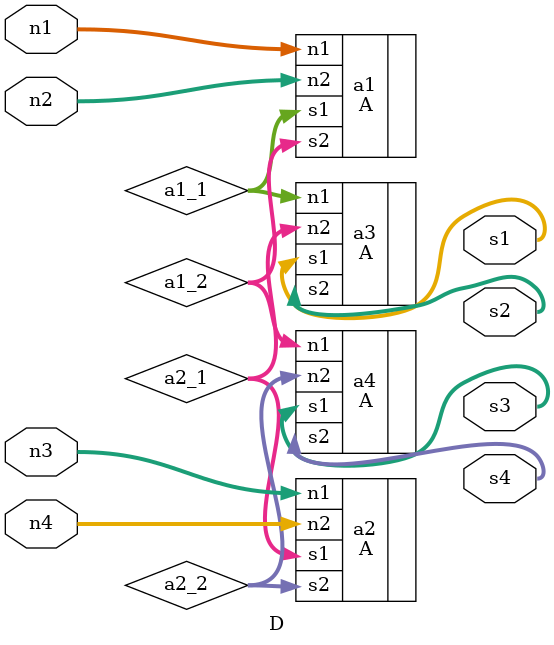
<source format=v>
module D(n1, n2, n3, n4, s1, s2, s3, s4);

	// --------------- parámetros ------------------
	
	input [7:0] n1;
	input [7:0] n2;
	input [7:0] n3;
	input [7:0] n4;
	output [7:0] s1;
	output [7:0] s2;
	output [7:0] s3;
	output [7:0] s4;

	// --------------------- wires -----------------
	
	wire [7:0] a1_1;
	wire [7:0] a1_2;

	wire [7:0] a2_1;
	wire [7:0] a2_2;

	// -------------------- código ------------------

	A a1(
		.n1(n1),
		.n2(n2),
		.s1(a1_1),
		.s2(a1_2)
		);
	A a2(
		.n1(n3),
		.n2(n4),
		.s1(a2_1),
		.s2(a2_2)
		);
	A a3(
		.n1(a1_1),
		.n2(a2_1),
		.s1(s1),
		.s2(s2)
		);
	A a4(
		.n1(a1_2),
		.n2(a2_2),
		.s1(s3),
		.s2(s4)
		);

endmodule

</source>
